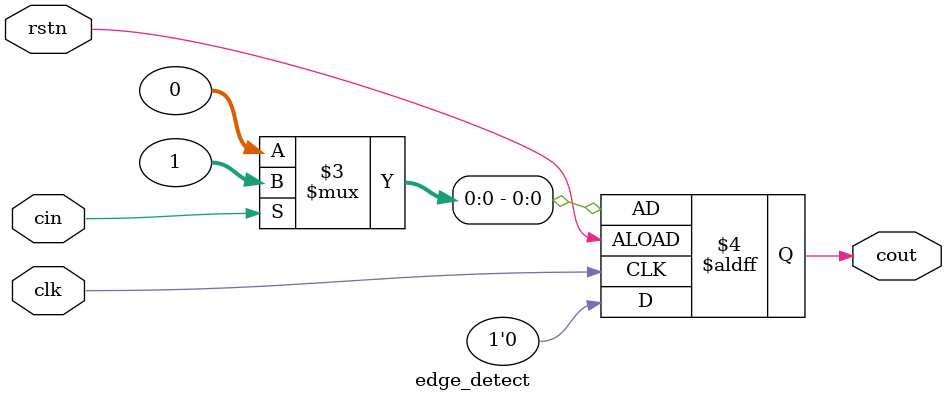
<source format=v>
module edge_detect(
 input clk, 
 input rstn,
 input cin,
 output reg cout
);

always@(posedge clk or posedge rstn) 
begin
 if(!rstn)
  cout <= 0;
 else cout = cin ? 1 : 0 ;
end 

endmodule

</source>
